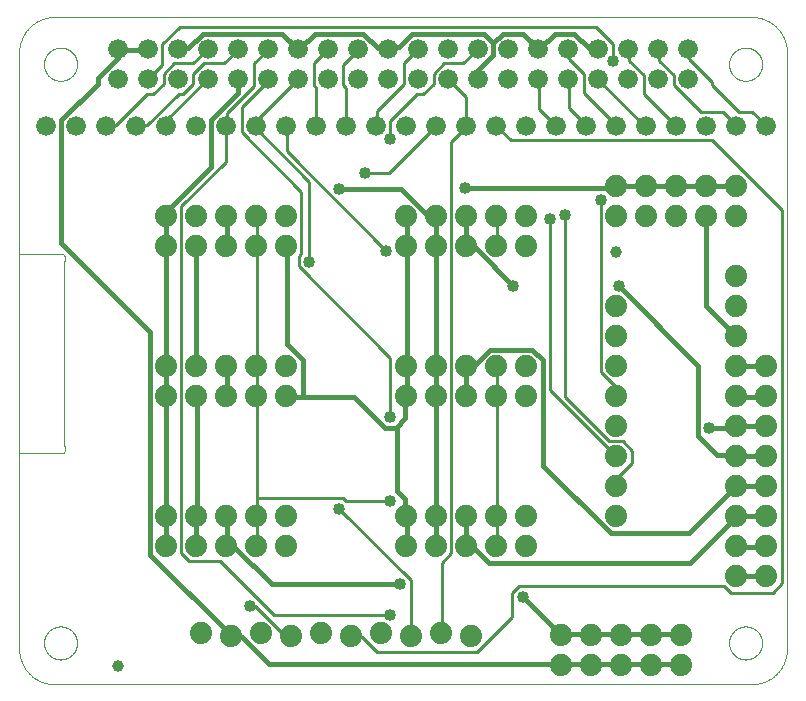
<source format=gtl>
G75*
%MOIN*%
%OFA0B0*%
%FSLAX25Y25*%
%IPPOS*%
%LPD*%
%AMOC8*
5,1,8,0,0,1.08239X$1,22.5*
%
%ADD10C,0.00000*%
%ADD11C,0.06600*%
%ADD12C,0.03937*%
%ADD13C,0.07400*%
%ADD14C,0.01600*%
%ADD15C,0.01000*%
%ADD16C,0.04000*%
D10*
X0016811Y0005000D02*
X0249094Y0005000D01*
X0249379Y0005003D01*
X0249665Y0005014D01*
X0249950Y0005031D01*
X0250234Y0005055D01*
X0250518Y0005086D01*
X0250801Y0005124D01*
X0251082Y0005169D01*
X0251363Y0005220D01*
X0251643Y0005278D01*
X0251921Y0005343D01*
X0252197Y0005415D01*
X0252471Y0005493D01*
X0252744Y0005578D01*
X0253014Y0005670D01*
X0253282Y0005768D01*
X0253548Y0005872D01*
X0253811Y0005983D01*
X0254071Y0006100D01*
X0254329Y0006223D01*
X0254583Y0006353D01*
X0254834Y0006489D01*
X0255082Y0006630D01*
X0255326Y0006778D01*
X0255567Y0006931D01*
X0255803Y0007091D01*
X0256036Y0007256D01*
X0256265Y0007426D01*
X0256490Y0007602D01*
X0256710Y0007784D01*
X0256926Y0007970D01*
X0257137Y0008162D01*
X0257344Y0008359D01*
X0257546Y0008561D01*
X0257743Y0008768D01*
X0257935Y0008979D01*
X0258121Y0009195D01*
X0258303Y0009415D01*
X0258479Y0009640D01*
X0258649Y0009869D01*
X0258814Y0010102D01*
X0258974Y0010338D01*
X0259127Y0010579D01*
X0259275Y0010823D01*
X0259416Y0011071D01*
X0259552Y0011322D01*
X0259682Y0011576D01*
X0259805Y0011834D01*
X0259922Y0012094D01*
X0260033Y0012357D01*
X0260137Y0012623D01*
X0260235Y0012891D01*
X0260327Y0013161D01*
X0260412Y0013434D01*
X0260490Y0013708D01*
X0260562Y0013984D01*
X0260627Y0014262D01*
X0260685Y0014542D01*
X0260736Y0014823D01*
X0260781Y0015104D01*
X0260819Y0015387D01*
X0260850Y0015671D01*
X0260874Y0015955D01*
X0260891Y0016240D01*
X0260902Y0016526D01*
X0260905Y0016811D01*
X0260906Y0016811D02*
X0260906Y0215630D01*
X0260905Y0215630D02*
X0260902Y0215915D01*
X0260891Y0216201D01*
X0260874Y0216486D01*
X0260850Y0216770D01*
X0260819Y0217054D01*
X0260781Y0217337D01*
X0260736Y0217618D01*
X0260685Y0217899D01*
X0260627Y0218179D01*
X0260562Y0218457D01*
X0260490Y0218733D01*
X0260412Y0219007D01*
X0260327Y0219280D01*
X0260235Y0219550D01*
X0260137Y0219818D01*
X0260033Y0220084D01*
X0259922Y0220347D01*
X0259805Y0220607D01*
X0259682Y0220865D01*
X0259552Y0221119D01*
X0259416Y0221370D01*
X0259275Y0221618D01*
X0259127Y0221862D01*
X0258974Y0222103D01*
X0258814Y0222339D01*
X0258649Y0222572D01*
X0258479Y0222801D01*
X0258303Y0223026D01*
X0258121Y0223246D01*
X0257935Y0223462D01*
X0257743Y0223673D01*
X0257546Y0223880D01*
X0257344Y0224082D01*
X0257137Y0224279D01*
X0256926Y0224471D01*
X0256710Y0224657D01*
X0256490Y0224839D01*
X0256265Y0225015D01*
X0256036Y0225185D01*
X0255803Y0225350D01*
X0255567Y0225510D01*
X0255326Y0225663D01*
X0255082Y0225811D01*
X0254834Y0225952D01*
X0254583Y0226088D01*
X0254329Y0226218D01*
X0254071Y0226341D01*
X0253811Y0226458D01*
X0253548Y0226569D01*
X0253282Y0226673D01*
X0253014Y0226771D01*
X0252744Y0226863D01*
X0252471Y0226948D01*
X0252197Y0227026D01*
X0251921Y0227098D01*
X0251643Y0227163D01*
X0251363Y0227221D01*
X0251082Y0227272D01*
X0250801Y0227317D01*
X0250518Y0227355D01*
X0250234Y0227386D01*
X0249950Y0227410D01*
X0249665Y0227427D01*
X0249379Y0227438D01*
X0249094Y0227441D01*
X0016811Y0227441D01*
X0016526Y0227438D01*
X0016240Y0227427D01*
X0015955Y0227410D01*
X0015671Y0227386D01*
X0015387Y0227355D01*
X0015104Y0227317D01*
X0014823Y0227272D01*
X0014542Y0227221D01*
X0014262Y0227163D01*
X0013984Y0227098D01*
X0013708Y0227026D01*
X0013434Y0226948D01*
X0013161Y0226863D01*
X0012891Y0226771D01*
X0012623Y0226673D01*
X0012357Y0226569D01*
X0012094Y0226458D01*
X0011834Y0226341D01*
X0011576Y0226218D01*
X0011322Y0226088D01*
X0011071Y0225952D01*
X0010823Y0225811D01*
X0010579Y0225663D01*
X0010338Y0225510D01*
X0010102Y0225350D01*
X0009869Y0225185D01*
X0009640Y0225015D01*
X0009415Y0224839D01*
X0009195Y0224657D01*
X0008979Y0224471D01*
X0008768Y0224279D01*
X0008561Y0224082D01*
X0008359Y0223880D01*
X0008162Y0223673D01*
X0007970Y0223462D01*
X0007784Y0223246D01*
X0007602Y0223026D01*
X0007426Y0222801D01*
X0007256Y0222572D01*
X0007091Y0222339D01*
X0006931Y0222103D01*
X0006778Y0221862D01*
X0006630Y0221618D01*
X0006489Y0221370D01*
X0006353Y0221119D01*
X0006223Y0220865D01*
X0006100Y0220607D01*
X0005983Y0220347D01*
X0005872Y0220084D01*
X0005768Y0219818D01*
X0005670Y0219550D01*
X0005578Y0219280D01*
X0005493Y0219007D01*
X0005415Y0218733D01*
X0005343Y0218457D01*
X0005278Y0218179D01*
X0005220Y0217899D01*
X0005169Y0217618D01*
X0005124Y0217337D01*
X0005086Y0217054D01*
X0005055Y0216770D01*
X0005031Y0216486D01*
X0005014Y0216201D01*
X0005003Y0215915D01*
X0005000Y0215630D01*
X0005000Y0016811D01*
X0005003Y0016526D01*
X0005014Y0016240D01*
X0005031Y0015955D01*
X0005055Y0015671D01*
X0005086Y0015387D01*
X0005124Y0015104D01*
X0005169Y0014823D01*
X0005220Y0014542D01*
X0005278Y0014262D01*
X0005343Y0013984D01*
X0005415Y0013708D01*
X0005493Y0013434D01*
X0005578Y0013161D01*
X0005670Y0012891D01*
X0005768Y0012623D01*
X0005872Y0012357D01*
X0005983Y0012094D01*
X0006100Y0011834D01*
X0006223Y0011576D01*
X0006353Y0011322D01*
X0006489Y0011071D01*
X0006630Y0010823D01*
X0006778Y0010579D01*
X0006931Y0010338D01*
X0007091Y0010102D01*
X0007256Y0009869D01*
X0007426Y0009640D01*
X0007602Y0009415D01*
X0007784Y0009195D01*
X0007970Y0008979D01*
X0008162Y0008768D01*
X0008359Y0008561D01*
X0008561Y0008359D01*
X0008768Y0008162D01*
X0008979Y0007970D01*
X0009195Y0007784D01*
X0009415Y0007602D01*
X0009640Y0007426D01*
X0009869Y0007256D01*
X0010102Y0007091D01*
X0010338Y0006931D01*
X0010579Y0006778D01*
X0010823Y0006630D01*
X0011071Y0006489D01*
X0011322Y0006353D01*
X0011576Y0006223D01*
X0011834Y0006100D01*
X0012094Y0005983D01*
X0012357Y0005872D01*
X0012623Y0005768D01*
X0012891Y0005670D01*
X0013161Y0005578D01*
X0013434Y0005493D01*
X0013708Y0005415D01*
X0013984Y0005343D01*
X0014262Y0005278D01*
X0014542Y0005220D01*
X0014823Y0005169D01*
X0015104Y0005124D01*
X0015387Y0005086D01*
X0015671Y0005055D01*
X0015955Y0005031D01*
X0016240Y0005014D01*
X0016526Y0005003D01*
X0016811Y0005000D01*
X0013268Y0018780D02*
X0013270Y0018928D01*
X0013276Y0019076D01*
X0013286Y0019224D01*
X0013300Y0019371D01*
X0013318Y0019518D01*
X0013339Y0019664D01*
X0013365Y0019810D01*
X0013395Y0019955D01*
X0013428Y0020099D01*
X0013466Y0020242D01*
X0013507Y0020384D01*
X0013552Y0020525D01*
X0013600Y0020665D01*
X0013653Y0020804D01*
X0013709Y0020941D01*
X0013769Y0021076D01*
X0013832Y0021210D01*
X0013899Y0021342D01*
X0013970Y0021472D01*
X0014044Y0021600D01*
X0014121Y0021726D01*
X0014202Y0021850D01*
X0014286Y0021972D01*
X0014373Y0022091D01*
X0014464Y0022208D01*
X0014558Y0022323D01*
X0014654Y0022435D01*
X0014754Y0022545D01*
X0014856Y0022651D01*
X0014962Y0022755D01*
X0015070Y0022856D01*
X0015181Y0022954D01*
X0015294Y0023050D01*
X0015410Y0023142D01*
X0015528Y0023231D01*
X0015649Y0023316D01*
X0015772Y0023399D01*
X0015897Y0023478D01*
X0016024Y0023554D01*
X0016153Y0023626D01*
X0016284Y0023695D01*
X0016417Y0023760D01*
X0016552Y0023821D01*
X0016688Y0023879D01*
X0016825Y0023934D01*
X0016964Y0023984D01*
X0017105Y0024031D01*
X0017246Y0024074D01*
X0017389Y0024114D01*
X0017533Y0024149D01*
X0017677Y0024181D01*
X0017823Y0024208D01*
X0017969Y0024232D01*
X0018116Y0024252D01*
X0018263Y0024268D01*
X0018410Y0024280D01*
X0018558Y0024288D01*
X0018706Y0024292D01*
X0018854Y0024292D01*
X0019002Y0024288D01*
X0019150Y0024280D01*
X0019297Y0024268D01*
X0019444Y0024252D01*
X0019591Y0024232D01*
X0019737Y0024208D01*
X0019883Y0024181D01*
X0020027Y0024149D01*
X0020171Y0024114D01*
X0020314Y0024074D01*
X0020455Y0024031D01*
X0020596Y0023984D01*
X0020735Y0023934D01*
X0020872Y0023879D01*
X0021008Y0023821D01*
X0021143Y0023760D01*
X0021276Y0023695D01*
X0021407Y0023626D01*
X0021536Y0023554D01*
X0021663Y0023478D01*
X0021788Y0023399D01*
X0021911Y0023316D01*
X0022032Y0023231D01*
X0022150Y0023142D01*
X0022266Y0023050D01*
X0022379Y0022954D01*
X0022490Y0022856D01*
X0022598Y0022755D01*
X0022704Y0022651D01*
X0022806Y0022545D01*
X0022906Y0022435D01*
X0023002Y0022323D01*
X0023096Y0022208D01*
X0023187Y0022091D01*
X0023274Y0021972D01*
X0023358Y0021850D01*
X0023439Y0021726D01*
X0023516Y0021600D01*
X0023590Y0021472D01*
X0023661Y0021342D01*
X0023728Y0021210D01*
X0023791Y0021076D01*
X0023851Y0020941D01*
X0023907Y0020804D01*
X0023960Y0020665D01*
X0024008Y0020525D01*
X0024053Y0020384D01*
X0024094Y0020242D01*
X0024132Y0020099D01*
X0024165Y0019955D01*
X0024195Y0019810D01*
X0024221Y0019664D01*
X0024242Y0019518D01*
X0024260Y0019371D01*
X0024274Y0019224D01*
X0024284Y0019076D01*
X0024290Y0018928D01*
X0024292Y0018780D01*
X0024290Y0018632D01*
X0024284Y0018484D01*
X0024274Y0018336D01*
X0024260Y0018189D01*
X0024242Y0018042D01*
X0024221Y0017896D01*
X0024195Y0017750D01*
X0024165Y0017605D01*
X0024132Y0017461D01*
X0024094Y0017318D01*
X0024053Y0017176D01*
X0024008Y0017035D01*
X0023960Y0016895D01*
X0023907Y0016756D01*
X0023851Y0016619D01*
X0023791Y0016484D01*
X0023728Y0016350D01*
X0023661Y0016218D01*
X0023590Y0016088D01*
X0023516Y0015960D01*
X0023439Y0015834D01*
X0023358Y0015710D01*
X0023274Y0015588D01*
X0023187Y0015469D01*
X0023096Y0015352D01*
X0023002Y0015237D01*
X0022906Y0015125D01*
X0022806Y0015015D01*
X0022704Y0014909D01*
X0022598Y0014805D01*
X0022490Y0014704D01*
X0022379Y0014606D01*
X0022266Y0014510D01*
X0022150Y0014418D01*
X0022032Y0014329D01*
X0021911Y0014244D01*
X0021788Y0014161D01*
X0021663Y0014082D01*
X0021536Y0014006D01*
X0021407Y0013934D01*
X0021276Y0013865D01*
X0021143Y0013800D01*
X0021008Y0013739D01*
X0020872Y0013681D01*
X0020735Y0013626D01*
X0020596Y0013576D01*
X0020455Y0013529D01*
X0020314Y0013486D01*
X0020171Y0013446D01*
X0020027Y0013411D01*
X0019883Y0013379D01*
X0019737Y0013352D01*
X0019591Y0013328D01*
X0019444Y0013308D01*
X0019297Y0013292D01*
X0019150Y0013280D01*
X0019002Y0013272D01*
X0018854Y0013268D01*
X0018706Y0013268D01*
X0018558Y0013272D01*
X0018410Y0013280D01*
X0018263Y0013292D01*
X0018116Y0013308D01*
X0017969Y0013328D01*
X0017823Y0013352D01*
X0017677Y0013379D01*
X0017533Y0013411D01*
X0017389Y0013446D01*
X0017246Y0013486D01*
X0017105Y0013529D01*
X0016964Y0013576D01*
X0016825Y0013626D01*
X0016688Y0013681D01*
X0016552Y0013739D01*
X0016417Y0013800D01*
X0016284Y0013865D01*
X0016153Y0013934D01*
X0016024Y0014006D01*
X0015897Y0014082D01*
X0015772Y0014161D01*
X0015649Y0014244D01*
X0015528Y0014329D01*
X0015410Y0014418D01*
X0015294Y0014510D01*
X0015181Y0014606D01*
X0015070Y0014704D01*
X0014962Y0014805D01*
X0014856Y0014909D01*
X0014754Y0015015D01*
X0014654Y0015125D01*
X0014558Y0015237D01*
X0014464Y0015352D01*
X0014373Y0015469D01*
X0014286Y0015588D01*
X0014202Y0015710D01*
X0014121Y0015834D01*
X0014044Y0015960D01*
X0013970Y0016088D01*
X0013899Y0016218D01*
X0013832Y0016350D01*
X0013769Y0016484D01*
X0013709Y0016619D01*
X0013653Y0016756D01*
X0013600Y0016895D01*
X0013552Y0017035D01*
X0013507Y0017176D01*
X0013466Y0017318D01*
X0013428Y0017461D01*
X0013395Y0017605D01*
X0013365Y0017750D01*
X0013339Y0017896D01*
X0013318Y0018042D01*
X0013300Y0018189D01*
X0013286Y0018336D01*
X0013276Y0018484D01*
X0013270Y0018632D01*
X0013268Y0018780D01*
X0019500Y0082000D02*
X0005000Y0082000D01*
X0005000Y0082500D01*
X0019500Y0082000D02*
X0019568Y0082048D01*
X0019634Y0082098D01*
X0019698Y0082152D01*
X0019759Y0082209D01*
X0019817Y0082269D01*
X0019872Y0082331D01*
X0019925Y0082395D01*
X0019975Y0082462D01*
X0020021Y0082532D01*
X0020064Y0082603D01*
X0020104Y0082676D01*
X0020140Y0082751D01*
X0020173Y0082828D01*
X0020202Y0082906D01*
X0020228Y0082985D01*
X0020250Y0083065D01*
X0020268Y0083146D01*
X0020282Y0083228D01*
X0020293Y0083311D01*
X0020300Y0083394D01*
X0020303Y0083477D01*
X0020302Y0083561D01*
X0020297Y0083644D01*
X0020289Y0083727D01*
X0020276Y0083809D01*
X0020260Y0083891D01*
X0020240Y0083972D01*
X0020217Y0084051D01*
X0020189Y0084130D01*
X0020158Y0084207D01*
X0020124Y0084283D01*
X0020086Y0084357D01*
X0020045Y0084430D01*
X0020000Y0084500D01*
X0020000Y0146000D01*
X0020045Y0146070D01*
X0020086Y0146143D01*
X0020124Y0146217D01*
X0020158Y0146293D01*
X0020189Y0146370D01*
X0020217Y0146449D01*
X0020240Y0146528D01*
X0020260Y0146609D01*
X0020276Y0146691D01*
X0020289Y0146773D01*
X0020297Y0146856D01*
X0020302Y0146939D01*
X0020303Y0147023D01*
X0020300Y0147106D01*
X0020293Y0147189D01*
X0020282Y0147272D01*
X0020268Y0147354D01*
X0020250Y0147435D01*
X0020228Y0147515D01*
X0020202Y0147594D01*
X0020173Y0147672D01*
X0020140Y0147749D01*
X0020104Y0147824D01*
X0020064Y0147897D01*
X0020021Y0147968D01*
X0019975Y0148038D01*
X0019925Y0148105D01*
X0019872Y0148169D01*
X0019817Y0148231D01*
X0019759Y0148291D01*
X0019698Y0148348D01*
X0019634Y0148402D01*
X0019568Y0148452D01*
X0019500Y0148500D01*
X0005000Y0148500D01*
X0013268Y0211693D02*
X0013270Y0211841D01*
X0013276Y0211989D01*
X0013286Y0212137D01*
X0013300Y0212284D01*
X0013318Y0212431D01*
X0013339Y0212577D01*
X0013365Y0212723D01*
X0013395Y0212868D01*
X0013428Y0213012D01*
X0013466Y0213155D01*
X0013507Y0213297D01*
X0013552Y0213438D01*
X0013600Y0213578D01*
X0013653Y0213717D01*
X0013709Y0213854D01*
X0013769Y0213989D01*
X0013832Y0214123D01*
X0013899Y0214255D01*
X0013970Y0214385D01*
X0014044Y0214513D01*
X0014121Y0214639D01*
X0014202Y0214763D01*
X0014286Y0214885D01*
X0014373Y0215004D01*
X0014464Y0215121D01*
X0014558Y0215236D01*
X0014654Y0215348D01*
X0014754Y0215458D01*
X0014856Y0215564D01*
X0014962Y0215668D01*
X0015070Y0215769D01*
X0015181Y0215867D01*
X0015294Y0215963D01*
X0015410Y0216055D01*
X0015528Y0216144D01*
X0015649Y0216229D01*
X0015772Y0216312D01*
X0015897Y0216391D01*
X0016024Y0216467D01*
X0016153Y0216539D01*
X0016284Y0216608D01*
X0016417Y0216673D01*
X0016552Y0216734D01*
X0016688Y0216792D01*
X0016825Y0216847D01*
X0016964Y0216897D01*
X0017105Y0216944D01*
X0017246Y0216987D01*
X0017389Y0217027D01*
X0017533Y0217062D01*
X0017677Y0217094D01*
X0017823Y0217121D01*
X0017969Y0217145D01*
X0018116Y0217165D01*
X0018263Y0217181D01*
X0018410Y0217193D01*
X0018558Y0217201D01*
X0018706Y0217205D01*
X0018854Y0217205D01*
X0019002Y0217201D01*
X0019150Y0217193D01*
X0019297Y0217181D01*
X0019444Y0217165D01*
X0019591Y0217145D01*
X0019737Y0217121D01*
X0019883Y0217094D01*
X0020027Y0217062D01*
X0020171Y0217027D01*
X0020314Y0216987D01*
X0020455Y0216944D01*
X0020596Y0216897D01*
X0020735Y0216847D01*
X0020872Y0216792D01*
X0021008Y0216734D01*
X0021143Y0216673D01*
X0021276Y0216608D01*
X0021407Y0216539D01*
X0021536Y0216467D01*
X0021663Y0216391D01*
X0021788Y0216312D01*
X0021911Y0216229D01*
X0022032Y0216144D01*
X0022150Y0216055D01*
X0022266Y0215963D01*
X0022379Y0215867D01*
X0022490Y0215769D01*
X0022598Y0215668D01*
X0022704Y0215564D01*
X0022806Y0215458D01*
X0022906Y0215348D01*
X0023002Y0215236D01*
X0023096Y0215121D01*
X0023187Y0215004D01*
X0023274Y0214885D01*
X0023358Y0214763D01*
X0023439Y0214639D01*
X0023516Y0214513D01*
X0023590Y0214385D01*
X0023661Y0214255D01*
X0023728Y0214123D01*
X0023791Y0213989D01*
X0023851Y0213854D01*
X0023907Y0213717D01*
X0023960Y0213578D01*
X0024008Y0213438D01*
X0024053Y0213297D01*
X0024094Y0213155D01*
X0024132Y0213012D01*
X0024165Y0212868D01*
X0024195Y0212723D01*
X0024221Y0212577D01*
X0024242Y0212431D01*
X0024260Y0212284D01*
X0024274Y0212137D01*
X0024284Y0211989D01*
X0024290Y0211841D01*
X0024292Y0211693D01*
X0024290Y0211545D01*
X0024284Y0211397D01*
X0024274Y0211249D01*
X0024260Y0211102D01*
X0024242Y0210955D01*
X0024221Y0210809D01*
X0024195Y0210663D01*
X0024165Y0210518D01*
X0024132Y0210374D01*
X0024094Y0210231D01*
X0024053Y0210089D01*
X0024008Y0209948D01*
X0023960Y0209808D01*
X0023907Y0209669D01*
X0023851Y0209532D01*
X0023791Y0209397D01*
X0023728Y0209263D01*
X0023661Y0209131D01*
X0023590Y0209001D01*
X0023516Y0208873D01*
X0023439Y0208747D01*
X0023358Y0208623D01*
X0023274Y0208501D01*
X0023187Y0208382D01*
X0023096Y0208265D01*
X0023002Y0208150D01*
X0022906Y0208038D01*
X0022806Y0207928D01*
X0022704Y0207822D01*
X0022598Y0207718D01*
X0022490Y0207617D01*
X0022379Y0207519D01*
X0022266Y0207423D01*
X0022150Y0207331D01*
X0022032Y0207242D01*
X0021911Y0207157D01*
X0021788Y0207074D01*
X0021663Y0206995D01*
X0021536Y0206919D01*
X0021407Y0206847D01*
X0021276Y0206778D01*
X0021143Y0206713D01*
X0021008Y0206652D01*
X0020872Y0206594D01*
X0020735Y0206539D01*
X0020596Y0206489D01*
X0020455Y0206442D01*
X0020314Y0206399D01*
X0020171Y0206359D01*
X0020027Y0206324D01*
X0019883Y0206292D01*
X0019737Y0206265D01*
X0019591Y0206241D01*
X0019444Y0206221D01*
X0019297Y0206205D01*
X0019150Y0206193D01*
X0019002Y0206185D01*
X0018854Y0206181D01*
X0018706Y0206181D01*
X0018558Y0206185D01*
X0018410Y0206193D01*
X0018263Y0206205D01*
X0018116Y0206221D01*
X0017969Y0206241D01*
X0017823Y0206265D01*
X0017677Y0206292D01*
X0017533Y0206324D01*
X0017389Y0206359D01*
X0017246Y0206399D01*
X0017105Y0206442D01*
X0016964Y0206489D01*
X0016825Y0206539D01*
X0016688Y0206594D01*
X0016552Y0206652D01*
X0016417Y0206713D01*
X0016284Y0206778D01*
X0016153Y0206847D01*
X0016024Y0206919D01*
X0015897Y0206995D01*
X0015772Y0207074D01*
X0015649Y0207157D01*
X0015528Y0207242D01*
X0015410Y0207331D01*
X0015294Y0207423D01*
X0015181Y0207519D01*
X0015070Y0207617D01*
X0014962Y0207718D01*
X0014856Y0207822D01*
X0014754Y0207928D01*
X0014654Y0208038D01*
X0014558Y0208150D01*
X0014464Y0208265D01*
X0014373Y0208382D01*
X0014286Y0208501D01*
X0014202Y0208623D01*
X0014121Y0208747D01*
X0014044Y0208873D01*
X0013970Y0209001D01*
X0013899Y0209131D01*
X0013832Y0209263D01*
X0013769Y0209397D01*
X0013709Y0209532D01*
X0013653Y0209669D01*
X0013600Y0209808D01*
X0013552Y0209948D01*
X0013507Y0210089D01*
X0013466Y0210231D01*
X0013428Y0210374D01*
X0013395Y0210518D01*
X0013365Y0210663D01*
X0013339Y0210809D01*
X0013318Y0210955D01*
X0013300Y0211102D01*
X0013286Y0211249D01*
X0013276Y0211397D01*
X0013270Y0211545D01*
X0013268Y0211693D01*
X0241614Y0211693D02*
X0241616Y0211841D01*
X0241622Y0211989D01*
X0241632Y0212137D01*
X0241646Y0212284D01*
X0241664Y0212431D01*
X0241685Y0212577D01*
X0241711Y0212723D01*
X0241741Y0212868D01*
X0241774Y0213012D01*
X0241812Y0213155D01*
X0241853Y0213297D01*
X0241898Y0213438D01*
X0241946Y0213578D01*
X0241999Y0213717D01*
X0242055Y0213854D01*
X0242115Y0213989D01*
X0242178Y0214123D01*
X0242245Y0214255D01*
X0242316Y0214385D01*
X0242390Y0214513D01*
X0242467Y0214639D01*
X0242548Y0214763D01*
X0242632Y0214885D01*
X0242719Y0215004D01*
X0242810Y0215121D01*
X0242904Y0215236D01*
X0243000Y0215348D01*
X0243100Y0215458D01*
X0243202Y0215564D01*
X0243308Y0215668D01*
X0243416Y0215769D01*
X0243527Y0215867D01*
X0243640Y0215963D01*
X0243756Y0216055D01*
X0243874Y0216144D01*
X0243995Y0216229D01*
X0244118Y0216312D01*
X0244243Y0216391D01*
X0244370Y0216467D01*
X0244499Y0216539D01*
X0244630Y0216608D01*
X0244763Y0216673D01*
X0244898Y0216734D01*
X0245034Y0216792D01*
X0245171Y0216847D01*
X0245310Y0216897D01*
X0245451Y0216944D01*
X0245592Y0216987D01*
X0245735Y0217027D01*
X0245879Y0217062D01*
X0246023Y0217094D01*
X0246169Y0217121D01*
X0246315Y0217145D01*
X0246462Y0217165D01*
X0246609Y0217181D01*
X0246756Y0217193D01*
X0246904Y0217201D01*
X0247052Y0217205D01*
X0247200Y0217205D01*
X0247348Y0217201D01*
X0247496Y0217193D01*
X0247643Y0217181D01*
X0247790Y0217165D01*
X0247937Y0217145D01*
X0248083Y0217121D01*
X0248229Y0217094D01*
X0248373Y0217062D01*
X0248517Y0217027D01*
X0248660Y0216987D01*
X0248801Y0216944D01*
X0248942Y0216897D01*
X0249081Y0216847D01*
X0249218Y0216792D01*
X0249354Y0216734D01*
X0249489Y0216673D01*
X0249622Y0216608D01*
X0249753Y0216539D01*
X0249882Y0216467D01*
X0250009Y0216391D01*
X0250134Y0216312D01*
X0250257Y0216229D01*
X0250378Y0216144D01*
X0250496Y0216055D01*
X0250612Y0215963D01*
X0250725Y0215867D01*
X0250836Y0215769D01*
X0250944Y0215668D01*
X0251050Y0215564D01*
X0251152Y0215458D01*
X0251252Y0215348D01*
X0251348Y0215236D01*
X0251442Y0215121D01*
X0251533Y0215004D01*
X0251620Y0214885D01*
X0251704Y0214763D01*
X0251785Y0214639D01*
X0251862Y0214513D01*
X0251936Y0214385D01*
X0252007Y0214255D01*
X0252074Y0214123D01*
X0252137Y0213989D01*
X0252197Y0213854D01*
X0252253Y0213717D01*
X0252306Y0213578D01*
X0252354Y0213438D01*
X0252399Y0213297D01*
X0252440Y0213155D01*
X0252478Y0213012D01*
X0252511Y0212868D01*
X0252541Y0212723D01*
X0252567Y0212577D01*
X0252588Y0212431D01*
X0252606Y0212284D01*
X0252620Y0212137D01*
X0252630Y0211989D01*
X0252636Y0211841D01*
X0252638Y0211693D01*
X0252636Y0211545D01*
X0252630Y0211397D01*
X0252620Y0211249D01*
X0252606Y0211102D01*
X0252588Y0210955D01*
X0252567Y0210809D01*
X0252541Y0210663D01*
X0252511Y0210518D01*
X0252478Y0210374D01*
X0252440Y0210231D01*
X0252399Y0210089D01*
X0252354Y0209948D01*
X0252306Y0209808D01*
X0252253Y0209669D01*
X0252197Y0209532D01*
X0252137Y0209397D01*
X0252074Y0209263D01*
X0252007Y0209131D01*
X0251936Y0209001D01*
X0251862Y0208873D01*
X0251785Y0208747D01*
X0251704Y0208623D01*
X0251620Y0208501D01*
X0251533Y0208382D01*
X0251442Y0208265D01*
X0251348Y0208150D01*
X0251252Y0208038D01*
X0251152Y0207928D01*
X0251050Y0207822D01*
X0250944Y0207718D01*
X0250836Y0207617D01*
X0250725Y0207519D01*
X0250612Y0207423D01*
X0250496Y0207331D01*
X0250378Y0207242D01*
X0250257Y0207157D01*
X0250134Y0207074D01*
X0250009Y0206995D01*
X0249882Y0206919D01*
X0249753Y0206847D01*
X0249622Y0206778D01*
X0249489Y0206713D01*
X0249354Y0206652D01*
X0249218Y0206594D01*
X0249081Y0206539D01*
X0248942Y0206489D01*
X0248801Y0206442D01*
X0248660Y0206399D01*
X0248517Y0206359D01*
X0248373Y0206324D01*
X0248229Y0206292D01*
X0248083Y0206265D01*
X0247937Y0206241D01*
X0247790Y0206221D01*
X0247643Y0206205D01*
X0247496Y0206193D01*
X0247348Y0206185D01*
X0247200Y0206181D01*
X0247052Y0206181D01*
X0246904Y0206185D01*
X0246756Y0206193D01*
X0246609Y0206205D01*
X0246462Y0206221D01*
X0246315Y0206241D01*
X0246169Y0206265D01*
X0246023Y0206292D01*
X0245879Y0206324D01*
X0245735Y0206359D01*
X0245592Y0206399D01*
X0245451Y0206442D01*
X0245310Y0206489D01*
X0245171Y0206539D01*
X0245034Y0206594D01*
X0244898Y0206652D01*
X0244763Y0206713D01*
X0244630Y0206778D01*
X0244499Y0206847D01*
X0244370Y0206919D01*
X0244243Y0206995D01*
X0244118Y0207074D01*
X0243995Y0207157D01*
X0243874Y0207242D01*
X0243756Y0207331D01*
X0243640Y0207423D01*
X0243527Y0207519D01*
X0243416Y0207617D01*
X0243308Y0207718D01*
X0243202Y0207822D01*
X0243100Y0207928D01*
X0243000Y0208038D01*
X0242904Y0208150D01*
X0242810Y0208265D01*
X0242719Y0208382D01*
X0242632Y0208501D01*
X0242548Y0208623D01*
X0242467Y0208747D01*
X0242390Y0208873D01*
X0242316Y0209001D01*
X0242245Y0209131D01*
X0242178Y0209263D01*
X0242115Y0209397D01*
X0242055Y0209532D01*
X0241999Y0209669D01*
X0241946Y0209808D01*
X0241898Y0209948D01*
X0241853Y0210089D01*
X0241812Y0210231D01*
X0241774Y0210374D01*
X0241741Y0210518D01*
X0241711Y0210663D01*
X0241685Y0210809D01*
X0241664Y0210955D01*
X0241646Y0211102D01*
X0241632Y0211249D01*
X0241622Y0211397D01*
X0241616Y0211545D01*
X0241614Y0211693D01*
X0241614Y0018780D02*
X0241616Y0018928D01*
X0241622Y0019076D01*
X0241632Y0019224D01*
X0241646Y0019371D01*
X0241664Y0019518D01*
X0241685Y0019664D01*
X0241711Y0019810D01*
X0241741Y0019955D01*
X0241774Y0020099D01*
X0241812Y0020242D01*
X0241853Y0020384D01*
X0241898Y0020525D01*
X0241946Y0020665D01*
X0241999Y0020804D01*
X0242055Y0020941D01*
X0242115Y0021076D01*
X0242178Y0021210D01*
X0242245Y0021342D01*
X0242316Y0021472D01*
X0242390Y0021600D01*
X0242467Y0021726D01*
X0242548Y0021850D01*
X0242632Y0021972D01*
X0242719Y0022091D01*
X0242810Y0022208D01*
X0242904Y0022323D01*
X0243000Y0022435D01*
X0243100Y0022545D01*
X0243202Y0022651D01*
X0243308Y0022755D01*
X0243416Y0022856D01*
X0243527Y0022954D01*
X0243640Y0023050D01*
X0243756Y0023142D01*
X0243874Y0023231D01*
X0243995Y0023316D01*
X0244118Y0023399D01*
X0244243Y0023478D01*
X0244370Y0023554D01*
X0244499Y0023626D01*
X0244630Y0023695D01*
X0244763Y0023760D01*
X0244898Y0023821D01*
X0245034Y0023879D01*
X0245171Y0023934D01*
X0245310Y0023984D01*
X0245451Y0024031D01*
X0245592Y0024074D01*
X0245735Y0024114D01*
X0245879Y0024149D01*
X0246023Y0024181D01*
X0246169Y0024208D01*
X0246315Y0024232D01*
X0246462Y0024252D01*
X0246609Y0024268D01*
X0246756Y0024280D01*
X0246904Y0024288D01*
X0247052Y0024292D01*
X0247200Y0024292D01*
X0247348Y0024288D01*
X0247496Y0024280D01*
X0247643Y0024268D01*
X0247790Y0024252D01*
X0247937Y0024232D01*
X0248083Y0024208D01*
X0248229Y0024181D01*
X0248373Y0024149D01*
X0248517Y0024114D01*
X0248660Y0024074D01*
X0248801Y0024031D01*
X0248942Y0023984D01*
X0249081Y0023934D01*
X0249218Y0023879D01*
X0249354Y0023821D01*
X0249489Y0023760D01*
X0249622Y0023695D01*
X0249753Y0023626D01*
X0249882Y0023554D01*
X0250009Y0023478D01*
X0250134Y0023399D01*
X0250257Y0023316D01*
X0250378Y0023231D01*
X0250496Y0023142D01*
X0250612Y0023050D01*
X0250725Y0022954D01*
X0250836Y0022856D01*
X0250944Y0022755D01*
X0251050Y0022651D01*
X0251152Y0022545D01*
X0251252Y0022435D01*
X0251348Y0022323D01*
X0251442Y0022208D01*
X0251533Y0022091D01*
X0251620Y0021972D01*
X0251704Y0021850D01*
X0251785Y0021726D01*
X0251862Y0021600D01*
X0251936Y0021472D01*
X0252007Y0021342D01*
X0252074Y0021210D01*
X0252137Y0021076D01*
X0252197Y0020941D01*
X0252253Y0020804D01*
X0252306Y0020665D01*
X0252354Y0020525D01*
X0252399Y0020384D01*
X0252440Y0020242D01*
X0252478Y0020099D01*
X0252511Y0019955D01*
X0252541Y0019810D01*
X0252567Y0019664D01*
X0252588Y0019518D01*
X0252606Y0019371D01*
X0252620Y0019224D01*
X0252630Y0019076D01*
X0252636Y0018928D01*
X0252638Y0018780D01*
X0252636Y0018632D01*
X0252630Y0018484D01*
X0252620Y0018336D01*
X0252606Y0018189D01*
X0252588Y0018042D01*
X0252567Y0017896D01*
X0252541Y0017750D01*
X0252511Y0017605D01*
X0252478Y0017461D01*
X0252440Y0017318D01*
X0252399Y0017176D01*
X0252354Y0017035D01*
X0252306Y0016895D01*
X0252253Y0016756D01*
X0252197Y0016619D01*
X0252137Y0016484D01*
X0252074Y0016350D01*
X0252007Y0016218D01*
X0251936Y0016088D01*
X0251862Y0015960D01*
X0251785Y0015834D01*
X0251704Y0015710D01*
X0251620Y0015588D01*
X0251533Y0015469D01*
X0251442Y0015352D01*
X0251348Y0015237D01*
X0251252Y0015125D01*
X0251152Y0015015D01*
X0251050Y0014909D01*
X0250944Y0014805D01*
X0250836Y0014704D01*
X0250725Y0014606D01*
X0250612Y0014510D01*
X0250496Y0014418D01*
X0250378Y0014329D01*
X0250257Y0014244D01*
X0250134Y0014161D01*
X0250009Y0014082D01*
X0249882Y0014006D01*
X0249753Y0013934D01*
X0249622Y0013865D01*
X0249489Y0013800D01*
X0249354Y0013739D01*
X0249218Y0013681D01*
X0249081Y0013626D01*
X0248942Y0013576D01*
X0248801Y0013529D01*
X0248660Y0013486D01*
X0248517Y0013446D01*
X0248373Y0013411D01*
X0248229Y0013379D01*
X0248083Y0013352D01*
X0247937Y0013328D01*
X0247790Y0013308D01*
X0247643Y0013292D01*
X0247496Y0013280D01*
X0247348Y0013272D01*
X0247200Y0013268D01*
X0247052Y0013268D01*
X0246904Y0013272D01*
X0246756Y0013280D01*
X0246609Y0013292D01*
X0246462Y0013308D01*
X0246315Y0013328D01*
X0246169Y0013352D01*
X0246023Y0013379D01*
X0245879Y0013411D01*
X0245735Y0013446D01*
X0245592Y0013486D01*
X0245451Y0013529D01*
X0245310Y0013576D01*
X0245171Y0013626D01*
X0245034Y0013681D01*
X0244898Y0013739D01*
X0244763Y0013800D01*
X0244630Y0013865D01*
X0244499Y0013934D01*
X0244370Y0014006D01*
X0244243Y0014082D01*
X0244118Y0014161D01*
X0243995Y0014244D01*
X0243874Y0014329D01*
X0243756Y0014418D01*
X0243640Y0014510D01*
X0243527Y0014606D01*
X0243416Y0014704D01*
X0243308Y0014805D01*
X0243202Y0014909D01*
X0243100Y0015015D01*
X0243000Y0015125D01*
X0242904Y0015237D01*
X0242810Y0015352D01*
X0242719Y0015469D01*
X0242632Y0015588D01*
X0242548Y0015710D01*
X0242467Y0015834D01*
X0242390Y0015960D01*
X0242316Y0016088D01*
X0242245Y0016218D01*
X0242178Y0016350D01*
X0242115Y0016484D01*
X0242055Y0016619D01*
X0241999Y0016756D01*
X0241946Y0016895D01*
X0241898Y0017035D01*
X0241853Y0017176D01*
X0241812Y0017318D01*
X0241774Y0017461D01*
X0241741Y0017605D01*
X0241711Y0017750D01*
X0241685Y0017896D01*
X0241664Y0018042D01*
X0241646Y0018189D01*
X0241632Y0018336D01*
X0241622Y0018484D01*
X0241616Y0018632D01*
X0241614Y0018780D01*
D11*
X0244000Y0191000D03*
X0254000Y0191000D03*
X0234000Y0191000D03*
X0224000Y0191000D03*
X0214000Y0191000D03*
X0204000Y0191000D03*
X0194000Y0191000D03*
X0184000Y0191000D03*
X0174000Y0191000D03*
X0164000Y0191000D03*
X0154000Y0191000D03*
X0144000Y0191000D03*
X0134000Y0191000D03*
X0124000Y0191000D03*
X0114000Y0191000D03*
X0104000Y0191000D03*
X0094000Y0191000D03*
X0084000Y0191000D03*
X0074000Y0191000D03*
X0064000Y0191000D03*
X0054000Y0191000D03*
X0044000Y0191000D03*
X0034000Y0191000D03*
X0024000Y0191000D03*
X0014000Y0191000D03*
X0037953Y0206693D03*
X0047953Y0206693D03*
X0057953Y0206693D03*
X0067953Y0206693D03*
X0077953Y0206693D03*
X0087953Y0206693D03*
X0097953Y0206693D03*
X0107953Y0206693D03*
X0117953Y0206693D03*
X0127953Y0206693D03*
X0137953Y0206693D03*
X0147953Y0206693D03*
X0157953Y0206693D03*
X0167953Y0206693D03*
X0177953Y0206693D03*
X0187953Y0206693D03*
X0197953Y0206693D03*
X0207953Y0206693D03*
X0217953Y0206693D03*
X0227953Y0206693D03*
X0227953Y0216693D03*
X0217953Y0216693D03*
X0207953Y0216693D03*
X0197953Y0216693D03*
X0187953Y0216693D03*
X0177953Y0216693D03*
X0167953Y0216693D03*
X0157953Y0216693D03*
X0147953Y0216693D03*
X0137953Y0216693D03*
X0127953Y0216693D03*
X0117953Y0216693D03*
X0107953Y0216693D03*
X0097953Y0216693D03*
X0087953Y0216693D03*
X0077953Y0216693D03*
X0067953Y0216693D03*
X0057953Y0216693D03*
X0047953Y0216693D03*
X0037953Y0216693D03*
D12*
X0204000Y0149000D03*
X0038000Y0011000D03*
D13*
X0065500Y0022000D03*
X0075500Y0021000D03*
X0085500Y0022000D03*
X0095500Y0021000D03*
X0105500Y0022000D03*
X0115500Y0021000D03*
X0125500Y0022000D03*
X0135500Y0021000D03*
X0145500Y0022000D03*
X0155500Y0021000D03*
X0185500Y0021500D03*
X0185500Y0011500D03*
X0195500Y0011500D03*
X0195500Y0021500D03*
X0205500Y0021500D03*
X0205500Y0011500D03*
X0215500Y0011500D03*
X0215500Y0021500D03*
X0225500Y0021500D03*
X0225500Y0011500D03*
X0244000Y0041000D03*
X0254000Y0041000D03*
X0254000Y0051000D03*
X0244000Y0051000D03*
X0244000Y0061000D03*
X0254000Y0061000D03*
X0254000Y0071000D03*
X0244000Y0071000D03*
X0244000Y0081000D03*
X0254000Y0081000D03*
X0254000Y0091000D03*
X0244000Y0091000D03*
X0244000Y0101000D03*
X0254000Y0101000D03*
X0254000Y0111000D03*
X0244000Y0111000D03*
X0244000Y0121000D03*
X0244000Y0131000D03*
X0244000Y0141000D03*
X0244000Y0161000D03*
X0244000Y0171000D03*
X0234000Y0171000D03*
X0234000Y0161000D03*
X0224000Y0161000D03*
X0224000Y0171000D03*
X0214000Y0171000D03*
X0214000Y0161000D03*
X0204000Y0161000D03*
X0204000Y0171000D03*
X0174000Y0161000D03*
X0174000Y0151000D03*
X0164000Y0151000D03*
X0164000Y0161000D03*
X0154000Y0161000D03*
X0154000Y0151000D03*
X0144000Y0151000D03*
X0134000Y0151000D03*
X0134000Y0161000D03*
X0144000Y0161000D03*
X0094000Y0161000D03*
X0084000Y0161000D03*
X0084000Y0151000D03*
X0094000Y0151000D03*
X0074000Y0151000D03*
X0074000Y0161000D03*
X0064000Y0161000D03*
X0064000Y0151000D03*
X0054000Y0151000D03*
X0054000Y0161000D03*
X0054000Y0111000D03*
X0054000Y0101000D03*
X0064000Y0101000D03*
X0064000Y0111000D03*
X0074000Y0111000D03*
X0074000Y0101000D03*
X0084000Y0101000D03*
X0094000Y0101000D03*
X0094000Y0111000D03*
X0084000Y0111000D03*
X0134000Y0111000D03*
X0144000Y0111000D03*
X0144000Y0101000D03*
X0134000Y0101000D03*
X0154000Y0101000D03*
X0154000Y0111000D03*
X0164000Y0111000D03*
X0164000Y0101000D03*
X0174000Y0101000D03*
X0174000Y0111000D03*
X0204000Y0111000D03*
X0204000Y0101000D03*
X0204000Y0091000D03*
X0204000Y0081000D03*
X0204000Y0071000D03*
X0204000Y0061000D03*
X0174000Y0061000D03*
X0174000Y0051000D03*
X0164000Y0051000D03*
X0164000Y0061000D03*
X0154000Y0061000D03*
X0154000Y0051000D03*
X0144000Y0051000D03*
X0134000Y0051000D03*
X0134000Y0061000D03*
X0144000Y0061000D03*
X0094000Y0061000D03*
X0084000Y0061000D03*
X0084000Y0051000D03*
X0094000Y0051000D03*
X0074000Y0051000D03*
X0074000Y0061000D03*
X0064000Y0061000D03*
X0064000Y0051000D03*
X0054000Y0051000D03*
X0054000Y0061000D03*
X0204000Y0121000D03*
X0204000Y0131000D03*
D14*
X0204800Y0137750D02*
X0231350Y0111200D01*
X0231350Y0087800D01*
X0237650Y0081500D01*
X0243500Y0081500D01*
X0244000Y0081000D01*
X0244400Y0081050D01*
X0253850Y0081050D01*
X0254000Y0081000D01*
X0253850Y0071150D02*
X0244400Y0071150D01*
X0244000Y0071000D01*
X0243500Y0070700D01*
X0228200Y0055400D01*
X0202100Y0055400D01*
X0179600Y0077900D01*
X0179600Y0113000D01*
X0176000Y0116600D01*
X0162050Y0116600D01*
X0157100Y0111650D01*
X0154400Y0111650D01*
X0154000Y0111000D01*
X0153950Y0110750D01*
X0153950Y0101300D01*
X0154000Y0101000D01*
X0144050Y0101300D02*
X0144000Y0101000D01*
X0144050Y0100400D01*
X0144050Y0061700D01*
X0144000Y0061000D01*
X0144050Y0060800D01*
X0144050Y0051350D01*
X0144000Y0051000D01*
X0134150Y0051350D02*
X0134000Y0051000D01*
X0134150Y0051350D02*
X0134150Y0060800D01*
X0134000Y0061000D01*
X0133700Y0061700D01*
X0133700Y0066650D01*
X0131000Y0069350D01*
X0131000Y0090050D01*
X0130550Y0090500D01*
X0133700Y0093650D01*
X0133700Y0100850D01*
X0134000Y0101000D01*
X0134150Y0101750D01*
X0134150Y0110750D01*
X0134000Y0111000D01*
X0134150Y0111650D01*
X0134150Y0150350D01*
X0134000Y0151000D01*
X0134150Y0151250D01*
X0134150Y0160700D01*
X0134000Y0161000D01*
X0140900Y0161600D02*
X0132350Y0170150D01*
X0111650Y0170150D01*
X0094000Y0151000D02*
X0094100Y0150800D01*
X0094100Y0118400D01*
X0099500Y0113000D01*
X0099500Y0100850D01*
X0094100Y0100850D01*
X0094000Y0101000D01*
X0099500Y0100850D02*
X0116600Y0100850D01*
X0126950Y0090500D01*
X0130550Y0090500D01*
X0144050Y0101300D02*
X0144050Y0110750D01*
X0144000Y0111000D01*
X0144050Y0111650D01*
X0144050Y0150350D01*
X0144000Y0151000D01*
X0144050Y0151250D01*
X0144050Y0160700D01*
X0144000Y0161000D01*
X0143600Y0161600D01*
X0140900Y0161600D01*
X0153950Y0160700D02*
X0153950Y0151250D01*
X0154000Y0151000D01*
X0154400Y0150350D01*
X0157100Y0150350D01*
X0169700Y0137750D01*
X0153950Y0160700D02*
X0154000Y0161000D01*
X0153500Y0170600D02*
X0203450Y0170600D01*
X0204000Y0171000D01*
X0204350Y0171050D01*
X0213800Y0171050D01*
X0214000Y0171000D01*
X0214700Y0171050D01*
X0223700Y0171050D01*
X0224000Y0171000D01*
X0224600Y0171050D01*
X0233600Y0171050D01*
X0234000Y0171000D01*
X0234500Y0171050D01*
X0243950Y0171050D01*
X0244000Y0171000D01*
X0234000Y0161000D02*
X0234050Y0160700D01*
X0234050Y0131000D01*
X0243950Y0121100D01*
X0244000Y0121000D01*
X0244400Y0111200D02*
X0244000Y0111000D01*
X0244400Y0111200D02*
X0253850Y0111200D01*
X0254000Y0111000D01*
X0254000Y0101000D02*
X0253850Y0100850D01*
X0244400Y0100850D01*
X0244000Y0101000D01*
X0244000Y0091000D02*
X0242100Y0090600D01*
X0234950Y0090600D01*
X0244000Y0091000D02*
X0244400Y0090950D01*
X0253850Y0090950D01*
X0254000Y0091000D01*
X0253850Y0071150D02*
X0254000Y0071000D01*
X0253850Y0061250D02*
X0244400Y0061250D01*
X0244000Y0061000D01*
X0243500Y0060350D01*
X0228650Y0045500D01*
X0161600Y0045500D01*
X0156650Y0050450D01*
X0154400Y0050450D01*
X0154000Y0051000D01*
X0153950Y0051350D01*
X0153950Y0060800D01*
X0154000Y0061000D01*
X0131900Y0038300D02*
X0089150Y0038300D01*
X0076550Y0050900D01*
X0074750Y0050900D01*
X0074000Y0051000D01*
X0074300Y0051350D01*
X0074300Y0060800D01*
X0074000Y0061000D01*
X0064400Y0061700D02*
X0064000Y0061000D01*
X0063950Y0060800D01*
X0063950Y0051350D01*
X0064000Y0051000D01*
X0054050Y0051350D02*
X0054050Y0060800D01*
X0054000Y0061000D01*
X0054050Y0061700D01*
X0054050Y0100400D01*
X0054000Y0101000D01*
X0054050Y0101300D01*
X0054050Y0110750D01*
X0054000Y0111000D01*
X0054050Y0111650D01*
X0054050Y0150350D01*
X0054000Y0151000D01*
X0054050Y0151250D01*
X0054050Y0160700D01*
X0054000Y0161000D01*
X0054500Y0161600D01*
X0054500Y0162950D01*
X0068900Y0177350D01*
X0068900Y0193100D01*
X0077900Y0202100D01*
X0077900Y0206600D01*
X0077953Y0206693D01*
X0066200Y0221900D02*
X0061250Y0216950D01*
X0058100Y0216950D01*
X0057953Y0216693D01*
X0066200Y0221900D02*
X0092750Y0221900D01*
X0097700Y0216950D01*
X0097953Y0216693D01*
X0098600Y0216950D01*
X0103550Y0221900D01*
X0119750Y0221900D01*
X0124700Y0216950D01*
X0127850Y0216950D01*
X0127953Y0216693D01*
X0128300Y0217400D01*
X0131450Y0217400D01*
X0135950Y0221900D01*
X0159800Y0221900D01*
X0162950Y0218750D01*
X0166100Y0221900D01*
X0172850Y0221900D01*
X0177800Y0216950D01*
X0177953Y0216693D01*
X0178700Y0216950D01*
X0183650Y0221900D01*
X0189950Y0221900D01*
X0194900Y0216950D01*
X0197600Y0216950D01*
X0197953Y0216693D01*
X0162950Y0214700D02*
X0162950Y0218750D01*
X0162950Y0214700D02*
X0158000Y0209750D01*
X0158000Y0207050D01*
X0157953Y0206693D01*
X0074300Y0160700D02*
X0074300Y0151250D01*
X0074000Y0151000D01*
X0074300Y0160700D02*
X0074000Y0161000D01*
X0064000Y0151000D02*
X0063950Y0150800D01*
X0063950Y0111200D01*
X0064000Y0111000D01*
X0064000Y0101000D02*
X0064400Y0100850D01*
X0064400Y0061700D01*
X0054050Y0051350D02*
X0054000Y0051000D01*
X0048650Y0048200D02*
X0075200Y0021650D01*
X0075500Y0021000D01*
X0075650Y0020750D01*
X0079250Y0020750D01*
X0088250Y0011750D01*
X0185000Y0011750D01*
X0185500Y0011500D01*
X0185900Y0011750D01*
X0195350Y0011750D01*
X0195500Y0011500D01*
X0196250Y0011750D01*
X0205250Y0011750D01*
X0205500Y0011500D01*
X0206150Y0011750D01*
X0215150Y0011750D01*
X0215500Y0011500D01*
X0216050Y0011750D01*
X0225500Y0011750D01*
X0225500Y0011500D01*
X0225500Y0021500D02*
X0225500Y0021650D01*
X0216050Y0021650D01*
X0215500Y0021500D01*
X0215150Y0021650D01*
X0206150Y0021650D01*
X0205500Y0021500D01*
X0205250Y0021650D01*
X0196250Y0021650D01*
X0195500Y0021500D01*
X0195350Y0021650D01*
X0185900Y0021650D01*
X0185500Y0021500D01*
X0185000Y0022100D01*
X0172850Y0034250D01*
X0244000Y0041000D02*
X0254000Y0041000D01*
X0253850Y0050900D02*
X0244400Y0050900D01*
X0244000Y0051000D01*
X0253850Y0050900D02*
X0254000Y0051000D01*
X0254000Y0061000D02*
X0253850Y0061250D01*
X0074300Y0101300D02*
X0074000Y0101000D01*
X0074300Y0101300D02*
X0074300Y0110750D01*
X0074000Y0111000D01*
X0048650Y0122450D02*
X0048650Y0048200D01*
X0048650Y0122450D02*
X0018950Y0152150D01*
X0018950Y0193100D01*
X0031100Y0205250D01*
X0031100Y0207050D01*
X0037850Y0213800D01*
X0037850Y0216050D01*
X0037953Y0216693D01*
X0038300Y0216500D01*
X0047750Y0216500D01*
X0047953Y0216693D01*
D15*
X0052700Y0218300D02*
X0052700Y0211550D01*
X0048200Y0207050D01*
X0047953Y0206693D01*
X0047750Y0201650D02*
X0049550Y0201650D01*
X0053150Y0205250D01*
X0053150Y0208400D01*
X0056750Y0212000D01*
X0063050Y0212000D01*
X0067550Y0216500D01*
X0067953Y0216693D01*
X0066650Y0212000D02*
X0073400Y0212000D01*
X0077900Y0216500D01*
X0077953Y0216693D01*
X0083300Y0212000D02*
X0087800Y0216500D01*
X0087953Y0216693D01*
X0083300Y0212000D02*
X0083300Y0204350D01*
X0074300Y0195350D01*
X0074300Y0191300D01*
X0074000Y0191000D01*
X0073850Y0190850D01*
X0073850Y0179150D01*
X0059000Y0164300D01*
X0059000Y0048650D01*
X0061700Y0045950D01*
X0072050Y0045950D01*
X0090050Y0027950D01*
X0128750Y0027950D01*
X0135500Y0021000D02*
X0135500Y0039650D01*
X0111650Y0063500D01*
X0113900Y0066200D02*
X0113000Y0067100D01*
X0084200Y0067100D01*
X0084200Y0061250D01*
X0084000Y0061000D01*
X0084200Y0060800D01*
X0084200Y0051350D01*
X0084000Y0051000D01*
X0084200Y0067100D02*
X0084200Y0100850D01*
X0084000Y0101000D01*
X0084200Y0101300D01*
X0084200Y0110750D01*
X0084000Y0111000D01*
X0084200Y0111200D01*
X0084200Y0150800D01*
X0084000Y0151000D01*
X0084200Y0151250D01*
X0084200Y0160700D01*
X0084000Y0161000D01*
X0099050Y0169250D02*
X0099050Y0148550D01*
X0098150Y0147650D01*
X0098150Y0144500D01*
X0128750Y0113900D01*
X0128750Y0094100D01*
X0128750Y0066200D02*
X0113900Y0066200D01*
X0145850Y0045500D02*
X0149000Y0048650D01*
X0149000Y0185900D01*
X0153950Y0190850D01*
X0154000Y0191000D01*
X0153950Y0191300D01*
X0153950Y0200750D01*
X0148100Y0206600D01*
X0147953Y0206693D01*
X0143150Y0205250D02*
X0143150Y0208400D01*
X0146750Y0212000D01*
X0153050Y0212000D01*
X0157550Y0216500D01*
X0157953Y0216693D01*
X0143150Y0205250D02*
X0139550Y0201650D01*
X0137750Y0201650D01*
X0128750Y0192650D01*
X0128750Y0186800D01*
X0124000Y0191000D02*
X0124250Y0191300D01*
X0124250Y0196250D01*
X0133250Y0205250D01*
X0133250Y0212000D01*
X0137750Y0216500D01*
X0137953Y0216693D01*
X0117953Y0216693D02*
X0117950Y0216500D01*
X0113000Y0211550D01*
X0113000Y0204800D01*
X0113900Y0203900D01*
X0113900Y0191300D01*
X0114000Y0191000D01*
X0104000Y0191000D02*
X0104000Y0203900D01*
X0103100Y0204800D01*
X0103100Y0212000D01*
X0107600Y0216500D01*
X0107953Y0216693D01*
X0097953Y0206693D02*
X0097700Y0206600D01*
X0084200Y0193100D01*
X0084200Y0191300D01*
X0084000Y0191000D01*
X0084200Y0190850D01*
X0084200Y0189950D01*
X0101750Y0172400D01*
X0101750Y0145850D01*
X0127400Y0149450D02*
X0094100Y0182750D01*
X0094100Y0190850D01*
X0094000Y0191000D01*
X0079250Y0189050D02*
X0079250Y0197600D01*
X0088250Y0206600D01*
X0087953Y0206693D01*
X0079250Y0189050D02*
X0099050Y0169250D01*
X0120200Y0175550D02*
X0128300Y0175550D01*
X0143600Y0190850D01*
X0144000Y0191000D01*
X0164000Y0191000D02*
X0164300Y0190850D01*
X0168800Y0186350D01*
X0235850Y0186350D01*
X0259250Y0162950D01*
X0259250Y0038750D01*
X0256100Y0035600D01*
X0242150Y0035600D01*
X0239900Y0037850D01*
X0171500Y0037850D01*
X0169250Y0035600D01*
X0169250Y0027500D01*
X0157550Y0015800D01*
X0124250Y0015800D01*
X0119300Y0020750D01*
X0115700Y0020750D01*
X0115500Y0021000D01*
X0095500Y0021000D02*
X0095450Y0021200D01*
X0093650Y0021200D01*
X0083750Y0031100D01*
X0081950Y0031100D01*
X0145500Y0022000D02*
X0145850Y0022100D01*
X0145850Y0045500D01*
X0164000Y0051000D02*
X0164300Y0051350D01*
X0164300Y0060800D01*
X0164000Y0061000D01*
X0164300Y0061250D01*
X0164300Y0100850D01*
X0164000Y0101000D01*
X0164300Y0101300D01*
X0164300Y0110750D01*
X0164000Y0111000D01*
X0181850Y0103100D02*
X0181850Y0160250D01*
X0186800Y0161600D02*
X0186800Y0100850D01*
X0201650Y0086000D01*
X0206150Y0086000D01*
X0209300Y0082850D01*
X0209300Y0078800D01*
X0204350Y0073850D01*
X0204350Y0071150D01*
X0204000Y0071000D01*
X0204000Y0081000D02*
X0203900Y0081050D01*
X0181850Y0103100D01*
X0198950Y0108950D02*
X0198950Y0166550D01*
X0194000Y0191000D02*
X0194000Y0191300D01*
X0188150Y0197150D01*
X0188150Y0206600D01*
X0187953Y0206693D01*
X0193100Y0208400D02*
X0193100Y0202100D01*
X0203900Y0191300D01*
X0204000Y0191000D01*
X0213800Y0190850D02*
X0214000Y0191000D01*
X0213800Y0190850D02*
X0198050Y0206600D01*
X0197953Y0206693D01*
X0193100Y0208400D02*
X0188150Y0213350D01*
X0188150Y0216500D01*
X0187953Y0216693D01*
X0197150Y0224150D02*
X0058550Y0224150D01*
X0052700Y0218300D01*
X0063050Y0208400D02*
X0066650Y0212000D01*
X0063050Y0208400D02*
X0063050Y0205250D01*
X0059450Y0201650D01*
X0058100Y0201650D01*
X0047750Y0191300D01*
X0044150Y0191300D01*
X0044000Y0191000D01*
X0037400Y0191300D02*
X0047750Y0201650D01*
X0054050Y0193100D02*
X0067550Y0206600D01*
X0067953Y0206693D01*
X0054050Y0193100D02*
X0054050Y0191300D01*
X0054000Y0191000D01*
X0037400Y0191300D02*
X0034250Y0191300D01*
X0034000Y0191000D01*
X0164000Y0161000D02*
X0164300Y0160700D01*
X0164300Y0151250D01*
X0164000Y0151000D01*
X0184000Y0191000D02*
X0183650Y0191300D01*
X0178250Y0196700D01*
X0178250Y0206600D01*
X0177953Y0206693D01*
X0197150Y0224150D02*
X0203000Y0218300D01*
X0203000Y0212900D01*
X0208400Y0212900D02*
X0213350Y0207950D01*
X0213350Y0201650D01*
X0224000Y0191000D01*
X0232250Y0195800D02*
X0239450Y0195800D01*
X0243950Y0191300D01*
X0244000Y0191000D01*
X0244850Y0195800D02*
X0249350Y0195800D01*
X0253850Y0191300D01*
X0254000Y0191000D01*
X0244850Y0195800D02*
X0235850Y0204800D01*
X0235850Y0205700D01*
X0228200Y0213350D01*
X0228200Y0216500D01*
X0227953Y0216693D01*
X0223250Y0207950D02*
X0223250Y0204800D01*
X0232250Y0195800D01*
X0223250Y0207950D02*
X0218300Y0212900D01*
X0218300Y0216500D01*
X0217953Y0216693D01*
X0208400Y0216500D02*
X0208400Y0212900D01*
X0208400Y0216500D02*
X0207953Y0216693D01*
X0198950Y0108950D02*
X0203900Y0104000D01*
X0203900Y0101300D01*
X0204000Y0101000D01*
D16*
X0234950Y0090600D03*
X0204800Y0137750D03*
X0186800Y0161600D03*
X0181850Y0160250D03*
X0198950Y0166550D03*
X0169700Y0137750D03*
X0153500Y0170600D03*
X0128750Y0186800D03*
X0120200Y0175550D03*
X0111650Y0170150D03*
X0127400Y0149450D03*
X0101750Y0145850D03*
X0128750Y0094100D03*
X0128750Y0066200D03*
X0111650Y0063500D03*
X0131900Y0038300D03*
X0128750Y0027950D03*
X0172850Y0034250D03*
X0081950Y0031100D03*
X0203000Y0212900D03*
M02*

</source>
